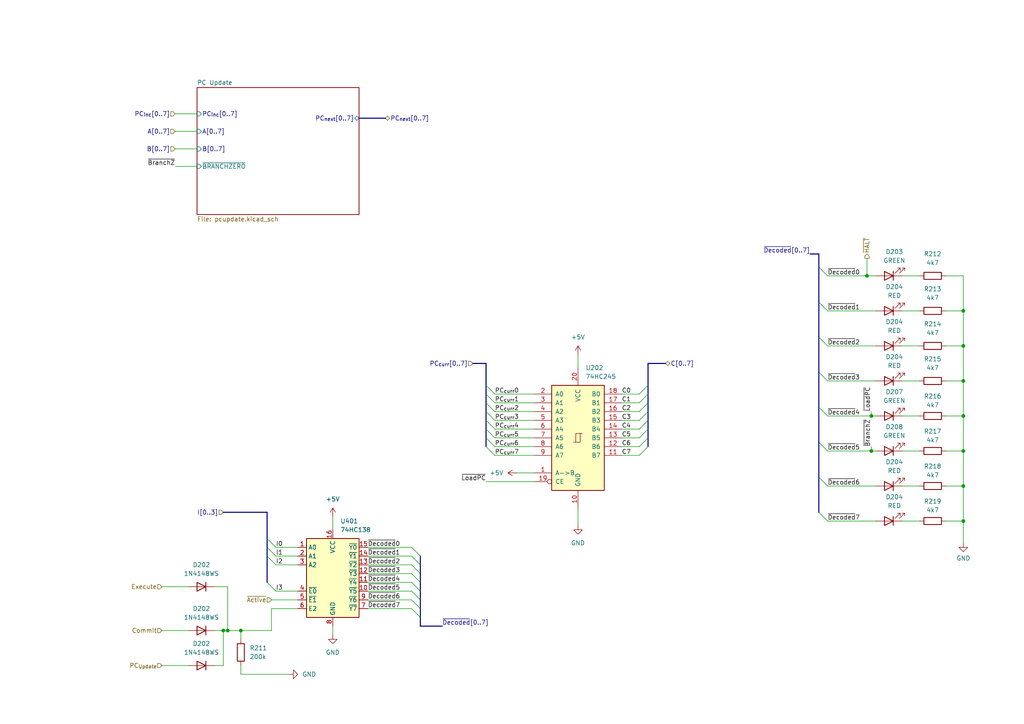
<source format=kicad_sch>
(kicad_sch (version 20230121) (generator eeschema)
  (paper "A4")
  (lib_symbols
    (symbol "74xx:74HC138"
      (property "Reference" "U" (at -7.62 13.97 0))
      (property "Value" "74HC138" (at 2.54 -11.43 0))
      (symbol "74HC138_0_1"
        (rectangle (start -7.62 12.7) (end 7.62 -10.16) (stroke (width 0.254)) (fill (type background)))
      )
      (symbol "74HC138_1_1"
        (pin input line (at -10.16 10.16 0) (length 2.54) (name "A0") (number "1"))
        (pin output line (at 10.16 -2.54 180) (length 2.54) (name "~{Y5}") (number "10"))
        (pin output line (at 10.16 0 180) (length 2.54) (name "~{Y4}") (number "11"))
        (pin output line (at 10.16 2.54 180) (length 2.54) (name "~{Y3}") (number "12"))
        (pin output line (at 10.16 5.08 180) (length 2.54) (name "~{Y2}") (number "13"))
        (pin output line (at 10.16 7.62 180) (length 2.54) (name "~{Y1}") (number "14"))
        (pin output line (at 10.16 10.16 180) (length 2.54) (name "~{Y0}") (number "15"))
        (pin power_in line (at 0 15.24 270) (length 2.54) (name "VCC") (number "16"))
        (pin input line (at -10.16 7.62 0) (length 2.54) (name "A1") (number "2"))
        (pin input line (at -10.16 5.08 0) (length 2.54) (name "A2") (number "3"))
        (pin input line (at -10.16 -2.54 0) (length 2.54) (name "~{E0}") (number "4"))
        (pin input line (at -10.16 -5.08 0) (length 2.54) (name "~{E1}") (number "5"))
        (pin input line (at -10.16 -7.62 0) (length 2.54) (name "E2") (number "6"))
        (pin output line (at 10.16 -7.62 180) (length 2.54) (name "~{Y7}") (number "7"))
        (pin power_in line (at 0 -12.7 90) (length 2.54) (name "GND") (number "8"))
        (pin output line (at 10.16 -5.08 180) (length 2.54) (name "~{Y6}") (number "9"))
      )
    )
    (symbol "74xx:74HC245" (pin_names (offset 1.016))
      (property "Reference" "U" (at -7.62 16.51 0))
      (property "Value" "74HC245" (at -7.62 -16.51 0))
      (symbol "74HC245_1_0"
        (polyline (pts (xy -0.635 -1.27) (xy -0.635 1.27) (xy 0.635 1.27)))
        (polyline (pts (xy -1.27 -1.27) (xy 0.635 -1.27) (xy 0.635 1.27) (xy 1.27 1.27)))
        (pin input line (at -12.7 -10.16 0) (length 5.08) (name "A->B") (number "1"))
        (pin power_in line (at 0 -20.32 90) (length 5.08) (name "GND") (number "10"))
        (pin tri_state line (at 12.7 -5.08 180) (length 5.08) (name "B7") (number "11"))
        (pin tri_state line (at 12.7 -2.54 180) (length 5.08) (name "B6") (number "12"))
        (pin tri_state line (at 12.7 0 180) (length 5.08) (name "B5") (number "13"))
        (pin tri_state line (at 12.7 2.54 180) (length 5.08) (name "B4") (number "14"))
        (pin tri_state line (at 12.7 5.08 180) (length 5.08) (name "B3") (number "15"))
        (pin tri_state line (at 12.7 7.62 180) (length 5.08) (name "B2") (number "16"))
        (pin tri_state line (at 12.7 10.16 180) (length 5.08) (name "B1") (number "17"))
        (pin tri_state line (at 12.7 12.7 180) (length 5.08) (name "B0") (number "18"))
        (pin input inverted (at -12.7 -12.7 0) (length 5.08) (name "CE") (number "19"))
        (pin tri_state line (at -12.7 12.7 0) (length 5.08) (name "A0") (number "2"))
        (pin power_in line (at 0 20.32 270) (length 5.08) (name "VCC") (number "20"))
        (pin tri_state line (at -12.7 10.16 0) (length 5.08) (name "A1") (number "3"))
        (pin tri_state line (at -12.7 7.62 0) (length 5.08) (name "A2") (number "4"))
        (pin tri_state line (at -12.7 5.08 0) (length 5.08) (name "A3") (number "5"))
        (pin tri_state line (at -12.7 2.54 0) (length 5.08) (name "A4") (number "6"))
        (pin tri_state line (at -12.7 0 0) (length 5.08) (name "A5") (number "7"))
        (pin tri_state line (at -12.7 -2.54 0) (length 5.08) (name "A6") (number "8"))
        (pin tri_state line (at -12.7 -5.08 0) (length 5.08) (name "A7") (number "9"))
      )
      (symbol "74HC245_1_1"
        (rectangle (start -7.62 15.24) (end 7.62 -15.24) (stroke (width 0.254)) (fill (type background)))
      )
    )
    (symbol "Device:D" (pin_numbers hide) (pin_names (offset 1.016) hide)
      (property "Reference" "D" (at 0 2.54 0))
      (property "Value" "D" (at 0 -2.54 0))
      (symbol "D_0_1"
        (polyline (pts (xy -1.27 1.27) (xy -1.27 -1.27)) (stroke (width 0.254)))
        (polyline (pts (xy 1.27 0) (xy -1.27 0)))
        (polyline (pts (xy 1.27 1.27) (xy 1.27 -1.27) (xy -1.27 0) (xy 1.27 1.27)) (stroke (width 0.254)))
      )
      (symbol "D_1_1"
        (pin passive line (at -3.81 0 0) (length 2.54) (name "K") (number "1"))
        (pin passive line (at 3.81 0 180) (length 2.54) (name "A") (number "2"))
      )
    )
    (symbol "Device:LED" (pin_numbers hide) (pin_names (offset 1.016) hide)
      (property "Reference" "D" (at 0 2.54 0))
      (property "Value" "LED" (at 0 -2.54 0))
      (symbol "LED_0_1"
        (polyline (pts (xy -1.27 -1.27) (xy -1.27 1.27)) (stroke (width 0.254)))
        (polyline (pts (xy -1.27 0) (xy 1.27 0)))
        (polyline (pts (xy 1.27 -1.27) (xy 1.27 1.27) (xy -1.27 0) (xy 1.27 -1.27)) (stroke (width 0.254)))
        (polyline (pts (xy -3.048 -0.762) (xy -4.572 -2.286) (xy -3.81 -2.286) (xy -4.572 -2.286) (xy -4.572 -1.524)))
        (polyline (pts (xy -1.778 -0.762) (xy -3.302 -2.286) (xy -2.54 -2.286) (xy -3.302 -2.286) (xy -3.302 -1.524)))
      )
      (symbol "LED_1_1"
        (pin passive line (at -3.81 0 0) (length 2.54) (name "K") (number "1"))
        (pin passive line (at 3.81 0 180) (length 2.54) (name "A") (number "2"))
      )
    )
    (symbol "Device:R" (pin_numbers hide) (pin_names (offset 0))
      (property "Reference" "R" (at 2.032 0 90))
      (property "Value" "R" (at 0 0 90))
      (symbol "R_0_1"
        (rectangle (start -1.016 -2.54) (end 1.016 2.54) (stroke (width 0.254)))
      )
      (symbol "R_1_1"
        (pin passive line (at 0 3.81 270) (length 1.27) (name "~") (number "1"))
        (pin passive line (at 0 -3.81 90) (length 1.27) (name "~") (number "2"))
      )
    )
    (symbol "power:+5V" (power) (pin_names (offset 0))
      (property "Value" "+5V" (at 0 3.556 0))
      (symbol "+5V_0_1"
        (polyline (pts (xy -0.762 1.27) (xy 0 2.54)))
        (polyline (pts (xy 0 0) (xy 0 2.54)))
        (polyline (pts (xy 0 2.54) (xy 0.762 1.27)))
      )
      (symbol "+5V_1_1"
        (pin power_in line (at 0 0 90) (length 0) hide (name "+5V") (number "1"))
      )
    )
    (symbol "power:GND" (power) (pin_names (offset 0))
      (property "Value" "GND" (at 0 -3.81 0))
      (symbol "GND_0_1"
        (polyline (pts (xy 0 0) (xy 0 -1.27) (xy 1.27 -1.27) (xy 0 -2.54) (xy -1.27 -1.27) (xy 0 -1.27)))
      )
      (symbol "GND_1_1"
        (pin power_in line (at 0 0 270) (length 0) hide (name "GND") (number "1"))
      )
    )
  )
  (junction (at 279.4 120.65))
  (junction (at 279.4 140.97))
  (junction (at 279.4 130.81))
  (junction (at 279.4 151.13))
  (junction (at 252.73 120.65))
  (junction (at 252.73 130.81))
  (junction (at 279.4 100.33))
  (junction (at 279.4 90.17))
  (junction (at 66.04 182.88))
  (junction (at 64.77 182.88))
  (junction (at 69.85 182.88))
  (junction (at 279.4 110.49))
  (junction (at 251.46 80.01))
  (bus_entry (at 187.96 129.54) (size -2.54 2.54))
  (bus_entry (at 237.49 148.59) (size 2.54 2.54))
  (bus_entry (at 77.47 168.91) (size 2.54 2.54))
  (bus_entry (at 187.96 127) (size -2.54 2.54))
  (bus_entry (at 187.96 119.38) (size -2.54 2.54))
  (bus_entry (at 121.92 168.91) (size -2.54 -2.54))
  (bus_entry (at 77.47 158.75) (size 2.54 2.54))
  (bus_entry (at 237.49 118.11) (size 2.54 2.54))
  (bus_entry (at 121.92 179.07) (size -2.54 -2.54))
  (bus_entry (at 237.49 77.47) (size 2.54 2.54))
  (bus_entry (at 121.92 166.37) (size -2.54 -2.54))
  (bus_entry (at 121.92 163.83) (size -2.54 -2.54))
  (bus_entry (at 121.92 171.45) (size -2.54 -2.54))
  (bus_entry (at 140.97 124.46) (size 2.54 2.54))
  (bus_entry (at 187.96 111.76) (size -2.54 2.54))
  (bus_entry (at 140.97 129.54) (size 2.54 2.54))
  (bus_entry (at 187.96 121.92) (size -2.54 2.54))
  (bus_entry (at 187.96 124.46) (size -2.54 2.54))
  (bus_entry (at 140.97 114.3) (size 2.54 2.54))
  (bus_entry (at 237.49 97.79) (size 2.54 2.54))
  (bus_entry (at 140.97 111.76) (size 2.54 2.54))
  (bus_entry (at 121.92 173.99) (size -2.54 -2.54))
  (bus_entry (at 237.49 107.95) (size 2.54 2.54))
  (bus_entry (at 121.92 161.29) (size -2.54 -2.54))
  (bus_entry (at 140.97 127) (size 2.54 2.54))
  (bus_entry (at 187.96 116.84) (size -2.54 2.54))
  (bus_entry (at 77.47 161.29) (size 2.54 2.54))
  (bus_entry (at 187.96 114.3) (size -2.54 2.54))
  (bus_entry (at 140.97 121.92) (size 2.54 2.54))
  (bus_entry (at 237.49 87.63) (size 2.54 2.54))
  (bus_entry (at 121.92 176.53) (size -2.54 -2.54))
  (bus_entry (at 77.47 156.21) (size 2.54 2.54))
  (bus_entry (at 140.97 119.38) (size 2.54 2.54))
  (bus_entry (at 237.49 138.43) (size 2.54 2.54))
  (bus_entry (at 140.97 116.84) (size 2.54 2.54))
  (bus_entry (at 237.49 128.27) (size 2.54 2.54))
  (wire (pts (xy 240.03 110.49) (xy 254 110.49)))
  (wire (pts (xy 149.86 137.16) (xy 154.94 137.16)))
  (wire (pts (xy 180.34 124.46) (xy 185.42 124.46)))
  (wire (pts (xy 80.01 158.75) (xy 86.36 158.75)))
  (wire (pts (xy 46.99 182.88) (xy 54.61 182.88)))
  (wire (pts (xy 180.34 116.84) (xy 185.42 116.84)))
  (bus (pts (xy 64.77 148.59) (xy 77.47 148.59)))
  (wire (pts (xy 78.74 182.88) (xy 78.74 176.53)))
  (wire (pts (xy 143.51 114.3) (xy 154.94 114.3)))
  (wire (pts (xy 274.32 110.49) (xy 279.4 110.49)))
  (wire (pts (xy 261.62 151.13) (xy 266.7 151.13)))
  (wire (pts (xy 251.46 80.01) (xy 254 80.01)))
  (wire (pts (xy 240.03 140.97) (xy 254 140.97)))
  (bus (pts (xy 121.92 173.99) (xy 121.92 176.53)))
  (bus (pts (xy 237.49 118.11) (xy 237.49 128.27)))
  (wire (pts (xy 261.62 140.97) (xy 266.7 140.97)))
  (wire (pts (xy 64.77 193.04) (xy 62.23 193.04)))
  (wire (pts (xy 261.62 120.65) (xy 266.7 120.65)))
  (wire (pts (xy 80.01 161.29) (xy 86.36 161.29)))
  (bus (pts (xy 140.97 124.46) (xy 140.97 127)))
  (wire (pts (xy 279.4 151.13) (xy 279.4 140.97)))
  (wire (pts (xy 69.85 195.58) (xy 83.82 195.58)))
  (wire (pts (xy 143.51 116.84) (xy 154.94 116.84)))
  (wire (pts (xy 96.52 149.86) (xy 96.52 153.67)))
  (wire (pts (xy 279.4 90.17) (xy 279.4 80.01)))
  (wire (pts (xy 240.03 100.33) (xy 254 100.33)))
  (wire (pts (xy 66.04 170.18) (xy 66.04 182.88)))
  (wire (pts (xy 62.23 182.88) (xy 64.77 182.88)))
  (wire (pts (xy 140.97 139.7) (xy 154.94 139.7)))
  (bus (pts (xy 140.97 111.76) (xy 140.97 114.3)))
  (wire (pts (xy 50.8 38.1) (xy 57.15 38.1)))
  (bus (pts (xy 121.92 168.91) (xy 121.92 171.45)))
  (wire (pts (xy 64.77 182.88) (xy 66.04 182.88)))
  (wire (pts (xy 279.4 120.65) (xy 279.4 110.49)))
  (bus (pts (xy 187.96 121.92) (xy 187.96 124.46)))
  (wire (pts (xy 143.51 124.46) (xy 154.94 124.46)))
  (bus (pts (xy 140.97 127) (xy 140.97 129.54)))
  (bus (pts (xy 237.49 87.63) (xy 237.49 97.79)))
  (wire (pts (xy 240.03 80.01) (xy 251.46 80.01)))
  (wire (pts (xy 240.03 151.13) (xy 254 151.13)))
  (wire (pts (xy 80.01 163.83) (xy 86.36 163.83)))
  (wire (pts (xy 96.52 181.61) (xy 96.52 184.15)))
  (wire (pts (xy 106.68 173.99) (xy 119.38 173.99)))
  (bus (pts (xy 121.92 181.61) (xy 128.27 181.61)))
  (wire (pts (xy 69.85 182.88) (xy 78.74 182.88)))
  (bus (pts (xy 187.96 124.46) (xy 187.96 127)))
  (bus (pts (xy 140.97 121.92) (xy 140.97 124.46)))
  (bus (pts (xy 77.47 161.29) (xy 77.47 168.91)))
  (bus (pts (xy 187.96 111.76) (xy 187.96 114.3)))
  (bus (pts (xy 187.96 114.3) (xy 187.96 116.84)))
  (wire (pts (xy 46.99 193.04) (xy 54.61 193.04)))
  (wire (pts (xy 252.73 130.81) (xy 254 130.81)))
  (wire (pts (xy 279.4 130.81) (xy 279.4 120.65)))
  (bus (pts (xy 77.47 156.21) (xy 77.47 158.75)))
  (wire (pts (xy 78.74 176.53) (xy 86.36 176.53)))
  (wire (pts (xy 50.8 48.26) (xy 57.15 48.26)))
  (wire (pts (xy 69.85 182.88) (xy 69.85 185.42)))
  (wire (pts (xy 274.32 120.65) (xy 279.4 120.65)))
  (bus (pts (xy 237.49 77.47) (xy 237.49 87.63)))
  (wire (pts (xy 252.73 129.54) (xy 252.73 130.81)))
  (bus (pts (xy 237.49 138.43) (xy 237.49 148.59)))
  (wire (pts (xy 279.4 80.01) (xy 274.32 80.01)))
  (wire (pts (xy 66.04 182.88) (xy 69.85 182.88)))
  (wire (pts (xy 279.4 100.33) (xy 279.4 90.17)))
  (wire (pts (xy 180.34 127) (xy 185.42 127)))
  (wire (pts (xy 240.03 120.65) (xy 252.73 120.65)))
  (wire (pts (xy 143.51 119.38) (xy 154.94 119.38)))
  (wire (pts (xy 106.68 161.29) (xy 119.38 161.29)))
  (wire (pts (xy 261.62 100.33) (xy 266.7 100.33)))
  (wire (pts (xy 261.62 80.01) (xy 266.7 80.01)))
  (wire (pts (xy 64.77 182.88) (xy 64.77 193.04)))
  (wire (pts (xy 143.51 132.08) (xy 154.94 132.08)))
  (bus (pts (xy 77.47 158.75) (xy 77.47 161.29)))
  (wire (pts (xy 261.62 130.81) (xy 266.7 130.81)))
  (wire (pts (xy 252.73 120.65) (xy 254 120.65)))
  (wire (pts (xy 78.74 173.99) (xy 86.36 173.99)))
  (wire (pts (xy 274.32 100.33) (xy 279.4 100.33)))
  (wire (pts (xy 106.68 166.37) (xy 119.38 166.37)))
  (wire (pts (xy 279.4 157.48) (xy 279.4 151.13)))
  (bus (pts (xy 140.97 119.38) (xy 140.97 121.92)))
  (wire (pts (xy 279.4 140.97) (xy 279.4 130.81)))
  (wire (pts (xy 69.85 193.04) (xy 69.85 195.58)))
  (wire (pts (xy 80.01 171.45) (xy 86.36 171.45)))
  (wire (pts (xy 274.32 151.13) (xy 279.4 151.13)))
  (wire (pts (xy 106.68 168.91) (xy 119.38 168.91)))
  (wire (pts (xy 261.62 110.49) (xy 266.7 110.49)))
  (bus (pts (xy 121.92 166.37) (xy 121.92 168.91)))
  (wire (pts (xy 274.32 130.81) (xy 279.4 130.81)))
  (wire (pts (xy 274.32 90.17) (xy 279.4 90.17)))
  (wire (pts (xy 261.62 90.17) (xy 266.7 90.17)))
  (bus (pts (xy 237.49 107.95) (xy 237.49 118.11)))
  (wire (pts (xy 180.34 119.38) (xy 185.42 119.38)))
  (bus (pts (xy 121.92 176.53) (xy 121.92 179.07)))
  (bus (pts (xy 121.92 163.83) (xy 121.92 166.37)))
  (bus (pts (xy 187.96 116.84) (xy 187.96 119.38)))
  (bus (pts (xy 237.49 97.79) (xy 237.49 107.95)))
  (bus (pts (xy 237.49 73.66) (xy 237.49 77.47)))
  (wire (pts (xy 62.23 170.18) (xy 66.04 170.18)))
  (bus (pts (xy 140.97 114.3) (xy 140.97 116.84)))
  (bus (pts (xy 193.04 105.41) (xy 187.96 105.41)))
  (wire (pts (xy 279.4 110.49) (xy 279.4 100.33)))
  (bus (pts (xy 121.92 171.45) (xy 121.92 173.99)))
  (wire (pts (xy 251.46 74.93) (xy 251.46 80.01)))
  (wire (pts (xy 180.34 114.3) (xy 185.42 114.3)))
  (wire (pts (xy 50.8 43.18) (xy 57.15 43.18)))
  (wire (pts (xy 143.51 129.54) (xy 154.94 129.54)))
  (wire (pts (xy 106.68 163.83) (xy 119.38 163.83)))
  (wire (pts (xy 106.68 158.75) (xy 119.38 158.75)))
  (wire (pts (xy 106.68 176.53) (xy 119.38 176.53)))
  (bus (pts (xy 187.96 127) (xy 187.96 129.54)))
  (bus (pts (xy 237.49 128.27) (xy 237.49 138.43)))
  (bus (pts (xy 140.97 116.84) (xy 140.97 119.38)))
  (bus (pts (xy 234.95 73.66) (xy 237.49 73.66)))
  (bus (pts (xy 121.92 179.07) (xy 121.92 181.61)))
  (wire (pts (xy 106.68 171.45) (xy 119.38 171.45)))
  (wire (pts (xy 274.32 140.97) (xy 279.4 140.97)))
  (wire (pts (xy 46.99 170.18) (xy 54.61 170.18)))
  (bus (pts (xy 104.14 34.29) (xy 111.76 34.29)))
  (wire (pts (xy 143.51 121.92) (xy 154.94 121.92)))
  (bus (pts (xy 137.16 105.41) (xy 140.97 105.41)))
  (wire (pts (xy 252.73 119.38) (xy 252.73 120.65)))
  (wire (pts (xy 240.03 130.81) (xy 252.73 130.81)))
  (wire (pts (xy 50.8 33.02) (xy 57.15 33.02)))
  (wire (pts (xy 167.64 102.87) (xy 167.64 106.68)))
  (wire (pts (xy 180.34 121.92) (xy 185.42 121.92)))
  (bus (pts (xy 187.96 105.41) (xy 187.96 111.76)))
  (bus (pts (xy 187.96 119.38) (xy 187.96 121.92)))
  (wire (pts (xy 180.34 129.54) (xy 185.42 129.54)))
  (wire (pts (xy 167.64 147.32) (xy 167.64 152.4)))
  (wire (pts (xy 180.34 132.08) (xy 185.42 132.08)))
  (wire (pts (xy 240.03 90.17) (xy 254 90.17)))
  (bus (pts (xy 140.97 105.41) (xy 140.97 111.76)))
  (wire (pts (xy 143.51 127) (xy 154.94 127)))
  (bus (pts (xy 77.47 148.59) (xy 77.47 156.21)))
  (bus (pts (xy 121.92 161.29) (xy 121.92 163.83)))
  (label "I3" (at 80.01 171.45 0))
  (label "~{Decoded}0" (at 106.68 158.75 0))
  (label "~{Decoded}4" (at 106.68 168.91 0))
  (label "PC_{curr}2" (at 143.51 119.38 0))
  (label "I1" (at 80.01 161.29 0))
  (label "I0" (at 80.01 158.75 0))
  (label "PC_{curr}7" (at 143.51 132.08 0))
  (label "PC_{curr}4" (at 143.51 124.46 0))
  (label "C1" (at 180.34 116.84 0))
  (label "~{BranchZ}" (at 50.8 48.26 180))
  (label "C6" (at 180.34 129.54 0))
  (label "~{Decoded}3" (at 240.03 110.49 0))
  (label "C2" (at 180.34 119.38 0))
  (label "~{Decoded}4" (at 240.03 120.65 0))
  (label "~{Decoded}[0..7]" (at 128.27 181.61 0))
  (label "C7" (at 180.34 132.08 0))
  (label "C4" (at 180.34 124.46 0))
  (label "I2" (at 80.01 163.83 0))
  (label "~{Decoded}5" (at 240.03 130.81 0))
  (label "~{Decoded}0" (at 240.03 80.01 0))
  (label "~{Decoded}6" (at 240.03 140.97 0))
  (label "~{Decoded}2" (at 106.68 163.83 0))
  (label "C0" (at 180.34 114.3 0))
  (label "PC_{curr}6" (at 143.51 129.54 0))
  (label "C5" (at 180.34 127 0))
  (label "~{Decoded}1" (at 106.68 161.29 0))
  (label "~{LoadPC}" (at 140.97 139.7 180))
  (label "~{Decoded}5" (at 106.68 171.45 0))
  (label "~{LoadPC}" (at 252.73 119.38 90))
  (label "~{BranchZ}" (at 252.73 129.54 90))
  (label "~{Decoded}3" (at 106.68 166.37 0))
  (label "PC_{curr}5" (at 143.51 127 0))
  (label "~{Decoded}1" (at 240.03 90.17 0))
  (label "~{Decoded}6" (at 106.68 173.99 0))
  (label "PC_{curr}1" (at 143.51 116.84 0))
  (label "PC_{curr}0" (at 143.51 114.3 0))
  (label "~{Decoded}[0..7]" (at 234.95 73.66 180))
  (label "~{Decoded}7" (at 106.68 176.53 0))
  (label "~{Decoded}7" (at 240.03 151.13 0))
  (label "~{Decoded}2" (at 240.03 100.33 0))
  (label "PC_{curr}3" (at 143.51 121.92 0))
  (label "C3" (at 180.34 121.92 0))
  (hierarchical_label "I[0..3]" (shape input) (at 64.77 148.59 180))
  (hierarchical_label "~{HALT}" (shape output) (at 251.46 74.93 90))
  (hierarchical_label "A[0..7]" (shape input) (at 50.8 38.1 180))
  (hierarchical_label "PC_{inc}[0..7]" (shape input) (at 50.8 33.02 180))
  (hierarchical_label "~{Active}" (shape input) (at 78.74 173.99 180))
  (hierarchical_label "PC_{curr}[0..7]" (shape input) (at 137.16 105.41 180))
  (hierarchical_label "PC_{next}[0..7]" (shape tri_state) (at 111.76 34.29 0))
  (hierarchical_label "B[0..7]" (shape input) (at 50.8 43.18 180))
  (hierarchical_label "PC_{Update}" (shape input) (at 46.99 193.04 180))
  (hierarchical_label "C[0..7]" (shape tri_state) (at 193.04 105.41 0))
  (hierarchical_label "Commit" (shape input) (at 46.99 182.88 180))
  (hierarchical_label "Execute" (shape input) (at 46.99 170.18 180))
  (symbol (lib_id "Device:R") (at 270.51 110.49 270) (unit 1)
    (property "Reference" "R215" (at 270.51 104.14 90))
    (property "Value" "4k7" (at 270.51 106.68 90))
    (property "Footprint" "Resistor_SMD:R_0603_1608Metric" (effects hide))
    (property "Datasheet" "https://datasheet.lcsc.com/lcsc/2206010116_UNI-ROYAL-Uniroyal-Elec-0603WAF4701T5E_C23162.pdf" (effects hide))
    (property "LCSC" "C23162" (effects hide))
    (instances (project "Simple Program Counter" (path "" (reference "R215") (unit 1)) (path "" (reference "R404") (unit 1))) (project "DALU" (path "" (reference "R812") (unit 1))) (project "Register File" (path "" (reference "R404") (unit 1)) (path "" (reference "R504") (unit 1)) (path "" (reference "R304") (unit 1)) (path "" (reference "R704") (unit 1)) (path "" (reference "R804") (unit 1)) (path "" (reference "R904") (unit 1)) (path "" (reference "R604") (unit 1)) (path "" (reference "R204") (unit 1))))
  )
  (symbol (lib_id "power:+5V") (at 167.64 102.87 0) (unit 1)
    (property "Reference" "#PWR0404" (effects hide))
    (property "Value" "+5V" (at 167.64 97.79 0))
  )
  (symbol (lib_id "74xx:74HC245") (at 167.64 127 0) (unit 1)
    (property "Reference" "U202" (at 169.8341 106.68 0) (effects (justify left)))
    (property "Value" "74HC245" (at 169.8341 109.22 0) (effects (justify left)))
    (property "Footprint" "Package_SO:SOIC-20W_7.5x12.8mm_P1.27mm" (effects hide))
    (property "Datasheet" "http://www.ti.com/lit/gpn/sn74HC245" (effects hide))
    (property "LCSC" "C5625" (effects hide))
    (instances (project "Simple Program Counter" (path "" (reference "U202") (unit 1)) (path "" (reference "U402") (unit 1))))
  )
  (symbol (lib_id "power:GND") (at 279.4 157.48 0) (unit 1)
    (property "Reference" "#PWR0217" (effects hide))
    (property "Value" "GND" (at 279.4 161.925 0))
    (instances (project "Simple Program Counter" (path "" (reference "#PWR0217") (unit 1)) (path "" (reference "#PWR0403") (unit 1))) (project "DALU" (path "" (reference "#PWR0809") (unit 1))) (project "Register File" (path "" (reference "#PWR0402") (unit 1)) (path "" (reference "#PWR0502") (unit 1)) (path "" (reference "#PWR0302") (unit 1)) (path "" (reference "#PWR0702") (unit 1)) (path "" (reference "#PWR0802") (unit 1)) (path "" (reference "#PWR0902") (unit 1)) (path "" (reference "#PWR0602") (unit 1)) (path "" (reference "#PWR0202") (unit 1))))
  )
  (symbol (lib_id "power:+5V") (at 96.52 149.86 0) (unit 1)
    (property "Reference" "#PWR0402" (effects hide))
    (property "Value" "+5V" (at 96.52 144.78 0))
  )
  (symbol (lib_id "Device:LED") (at 257.81 120.65 180) (unit 1)
    (property "Reference" "D207" (at 259.3975 113.665 0))
    (property "Value" "GREEN" (at 259.3975 116.205 0))
    (property "Footprint" "LED_SMD:LED_0603_1608Metric" (effects hide))
    (property "Datasheet" "https://datasheet.lcsc.com/lcsc/1811101510_Everlight-Elec-19-217-GHC-YR1S2-3T_C72043.pdf" (effects hide))
    (property "LCSC" "C72043" (effects hide))
    (instances (project "Simple Program Counter" (path "" (reference "D207") (unit 1)) (path "" (reference "D405") (unit 1))) (project "DALU" (path "" (reference "D805") (unit 1))) (project "Register File" (path "" (reference "D405") (unit 1)) (path "" (reference "D505") (unit 1)) (path "" (reference "D305") (unit 1)) (path "" (reference "D705") (unit 1)) (path "" (reference "D805") (unit 1)) (path "" (reference "D905") (unit 1)) (path "" (reference "D605") (unit 1)) (path "" (reference "D205") (unit 1))))
  )
  (symbol (lib_id "Device:LED") (at 257.81 130.81 180) (unit 1)
    (property "Reference" "D208" (at 259.3975 123.825 0))
    (property "Value" "GREEN" (at 259.3975 126.365 0))
    (property "Footprint" "LED_SMD:LED_0603_1608Metric" (effects hide))
    (property "Datasheet" "https://datasheet.lcsc.com/lcsc/1811101510_Everlight-Elec-19-217-GHC-YR1S2-3T_C72043.pdf" (effects hide))
    (property "LCSC" "C72043" (effects hide))
    (instances (project "Simple Program Counter" (path "" (reference "D208") (unit 1)) (path "" (reference "D406") (unit 1))) (project "DALU" (path "" (reference "D806") (unit 1))) (project "Register File" (path "" (reference "D406") (unit 1)) (path "" (reference "D506") (unit 1)) (path "" (reference "D306") (unit 1)) (path "" (reference "D706") (unit 1)) (path "" (reference "D806") (unit 1)) (path "" (reference "D906") (unit 1)) (path "" (reference "D606") (unit 1)) (path "" (reference "D206") (unit 1))))
  )
  (symbol (lib_id "Device:LED") (at 257.81 140.97 180) (unit 1)
    (property "Reference" "D204" (at 259.3975 133.985 0))
    (property "Value" "RED" (at 259.3975 136.525 0))
    (property "Footprint" "LED_SMD:LED_0603_1608Metric" (effects hide))
    (property "LCSC" "C2286" (effects hide))
    (instances (project "Simple Program Counter" (path "" (reference "D204") (unit 1)) (path "" (reference "D407") (unit 1))) (project "DALU" (path "" (reference "D802") (unit 1))) (project "Register File" (path "" (reference "D402") (unit 1)) (path "" (reference "D502") (unit 1)) (path "" (reference "D302") (unit 1)) (path "" (reference "D702") (unit 1)) (path "" (reference "D802") (unit 1)) (path "" (reference "D902") (unit 1)) (path "" (reference "D602") (unit 1)) (path "" (reference "D202") (unit 1))))
  )
  (symbol (lib_id "power:GND") (at 96.52 184.15 0) (unit 1)
    (property "Reference" "#PWR0401" (effects hide))
    (property "Value" "GND" (at 96.52 189.23 0))
  )
  (symbol (lib_id "74xx:74HC138") (at 96.52 168.91 0) (unit 1)
    (property "Reference" "U401" (at 98.7141 151.13 0) (effects (justify left)))
    (property "Value" "74HC138" (at 98.7141 153.67 0) (effects (justify left)))
    (property "Footprint" "Package_DIP:DIP-16_W7.62mm_Socket" (effects hide))
    (property "Datasheet" "http://www.ti.com/lit/ds/symlink/cd74hc238.pdf" (effects hide))
  )
  (symbol (lib_id "Device:LED") (at 257.81 110.49 180) (unit 1)
    (property "Reference" "D204" (at 259.3975 103.505 0))
    (property "Value" "RED" (at 259.3975 106.045 0))
    (property "Footprint" "LED_SMD:LED_0603_1608Metric" (effects hide))
    (property "LCSC" "C2286" (effects hide))
    (instances (project "Simple Program Counter" (path "" (reference "D204") (unit 1)) (path "" (reference "D404") (unit 1))) (project "DALU" (path "" (reference "D802") (unit 1))) (project "Register File" (path "" (reference "D402") (unit 1)) (path "" (reference "D502") (unit 1)) (path "" (reference "D302") (unit 1)) (path "" (reference "D702") (unit 1)) (path "" (reference "D802") (unit 1)) (path "" (reference "D902") (unit 1)) (path "" (reference "D602") (unit 1)) (path "" (reference "D202") (unit 1))))
  )
  (symbol (lib_id "Device:R") (at 69.85 189.23 0) (unit 1)
    (property "Reference" "R211" (at 72.39 187.96 0) (effects (justify left)))
    (property "Value" "200k" (at 72.39 190.5 0) (effects (justify left)))
    (property "Footprint" "Resistor_SMD:R_0402_1005Metric" (effects hide))
    (property "Datasheet" "https://datasheet.lcsc.com/lcsc/2206010100_UNI-ROYAL-Uniroyal-Elec-0402WGF2003TCE_C25764.pdf" (effects hide))
    (property "LCSC" " C25764" (effects hide))
    (instances (project "Simple Program Counter" (path "" (reference "R211") (unit 1)) (path "" (reference "R409") (unit 1))))
  )
  (symbol (lib_id "Device:LED") (at 257.81 80.01 180) (unit 1)
    (property "Reference" "D203" (at 259.3975 73.025 0))
    (property "Value" "GREEN" (at 259.3975 75.565 0))
    (property "Footprint" "LED_SMD:LED_0603_1608Metric" (effects hide))
    (property "Datasheet" "https://datasheet.lcsc.com/lcsc/1811101510_Everlight-Elec-19-217-GHC-YR1S2-3T_C72043.pdf" (effects hide))
    (property "LCSC" "C72043" (effects hide))
    (instances (project "Simple Program Counter" (path "" (reference "D203") (unit 1)) (path "" (reference "D401") (unit 1))) (project "DALU" (path "" (reference "D801") (unit 1))) (project "Register File" (path "" (reference "D401") (unit 1)) (path "" (reference "D501") (unit 1)) (path "" (reference "D301") (unit 1)) (path "" (reference "D701") (unit 1)) (path "" (reference "D801") (unit 1)) (path "" (reference "D901") (unit 1)) (path "" (reference "D601") (unit 1)) (path "" (reference "D201") (unit 1))))
  )
  (symbol (lib_id "Device:D") (at 58.42 170.18 180) (unit 1)
    (property "Reference" "D202" (at 58.42 163.83 0))
    (property "Value" "1N4148WS" (at 58.42 166.37 0))
    (property "Footprint" "Diode_SMD:D_SOD-323" (effects hide))
    (property "Sim.Device" "D" (effects hide))
    (property "Sim.Pins" "1=K 2=A" (effects hide))
    (property "LCSC" "C2128" (effects hide))
    (instances (project "Simple Program Counter" (path "" (reference "D202") (unit 1)) (path "" (reference "D411") (unit 1))))
  )
  (symbol (lib_id "power:GND") (at 167.64 152.4 0) (unit 1)
    (property "Reference" "#PWR0405" (effects hide))
    (property "Value" "GND" (at 167.64 157.48 0))
  )
  (symbol (lib_id "power:+5V") (at 149.86 137.16 90) (unit 1)
    (property "Reference" "#PWR0407" (effects hide))
    (property "Value" "+5V" (at 146.05 137.16 90) (effects (justify left)))
  )
  (symbol (lib_id "Device:D") (at 58.42 193.04 180) (unit 1)
    (property "Reference" "D202" (at 58.42 186.69 0))
    (property "Value" "1N4148WS" (at 58.42 189.23 0))
    (property "Footprint" "Diode_SMD:D_SOD-323" (effects hide))
    (property "Sim.Device" "D" (effects hide))
    (property "Sim.Pins" "1=K 2=A" (effects hide))
    (property "LCSC" "C2128" (effects hide))
    (instances (project "Simple Program Counter" (path "" (reference "D202") (unit 1)) (path "" (reference "D410") (unit 1))))
  )
  (symbol (lib_id "Device:R") (at 270.51 130.81 270) (unit 1)
    (property "Reference" "R217" (at 270.51 125.095 90))
    (property "Value" "4k7" (at 270.51 127.635 90))
    (property "Footprint" "Resistor_SMD:R_0603_1608Metric" (effects hide))
    (property "Datasheet" "https://datasheet.lcsc.com/lcsc/2206010116_UNI-ROYAL-Uniroyal-Elec-0603WAF4701T5E_C23162.pdf" (effects hide))
    (property "LCSC" "C23162" (effects hide))
    (instances (project "Simple Program Counter" (path "" (reference "R217") (unit 1)) (path "" (reference "R406") (unit 1))) (project "DALU" (path "" (reference "R814") (unit 1))) (project "Register File" (path "" (reference "R406") (unit 1)) (path "" (reference "R506") (unit 1)) (path "" (reference "R306") (unit 1)) (path "" (reference "R706") (unit 1)) (path "" (reference "R806") (unit 1)) (path "" (reference "R906") (unit 1)) (path "" (reference "R606") (unit 1)) (path "" (reference "R206") (unit 1))))
  )
  (symbol (lib_id "power:GND") (at 83.82 195.58 90) (unit 1)
    (property "Reference" "#PWR0406" (effects hide))
    (property "Value" "GND" (at 87.63 195.58 90) (effects (justify right)))
  )
  (symbol (lib_id "Device:R") (at 270.51 100.33 270) (unit 1)
    (property "Reference" "R214" (at 270.51 93.98 90))
    (property "Value" "4k7" (at 270.51 96.52 90))
    (property "Footprint" "Resistor_SMD:R_0603_1608Metric" (effects hide))
    (property "Datasheet" "https://datasheet.lcsc.com/lcsc/2206010116_UNI-ROYAL-Uniroyal-Elec-0603WAF4701T5E_C23162.pdf" (effects hide))
    (property "LCSC" "C23162" (effects hide))
    (instances (project "Simple Program Counter" (path "" (reference "R214") (unit 1)) (path "" (reference "R403") (unit 1))) (project "DALU" (path "" (reference "R811") (unit 1))) (project "Register File" (path "" (reference "R403") (unit 1)) (path "" (reference "R503") (unit 1)) (path "" (reference "R303") (unit 1)) (path "" (reference "R703") (unit 1)) (path "" (reference "R803") (unit 1)) (path "" (reference "R903") (unit 1)) (path "" (reference "R603") (unit 1)) (path "" (reference "R203") (unit 1))))
  )
  (symbol (lib_id "Device:LED") (at 257.81 151.13 180) (unit 1)
    (property "Reference" "D204" (at 259.3975 144.145 0))
    (property "Value" "RED" (at 259.3975 146.685 0))
    (property "Footprint" "LED_SMD:LED_0603_1608Metric" (effects hide))
    (property "LCSC" "C2286" (effects hide))
    (instances (project "Simple Program Counter" (path "" (reference "D204") (unit 1)) (path "" (reference "D408") (unit 1))) (project "DALU" (path "" (reference "D802") (unit 1))) (project "Register File" (path "" (reference "D402") (unit 1)) (path "" (reference "D502") (unit 1)) (path "" (reference "D302") (unit 1)) (path "" (reference "D702") (unit 1)) (path "" (reference "D802") (unit 1)) (path "" (reference "D902") (unit 1)) (path "" (reference "D602") (unit 1)) (path "" (reference "D202") (unit 1))))
  )
  (symbol (lib_id "Device:R") (at 270.51 120.65 270) (unit 1)
    (property "Reference" "R216" (at 270.51 114.935 90))
    (property "Value" "4k7" (at 270.51 117.475 90))
    (property "Footprint" "Resistor_SMD:R_0603_1608Metric" (effects hide))
    (property "Datasheet" "https://datasheet.lcsc.com/lcsc/2206010116_UNI-ROYAL-Uniroyal-Elec-0603WAF4701T5E_C23162.pdf" (effects hide))
    (property "LCSC" "C23162" (effects hide))
    (instances (project "Simple Program Counter" (path "" (reference "R216") (unit 1)) (path "" (reference "R405") (unit 1))) (project "DALU" (path "" (reference "R813") (unit 1))) (project "Register File" (path "" (reference "R405") (unit 1)) (path "" (reference "R505") (unit 1)) (path "" (reference "R305") (unit 1)) (path "" (reference "R705") (unit 1)) (path "" (reference "R805") (unit 1)) (path "" (reference "R905") (unit 1)) (path "" (reference "R605") (unit 1)) (path "" (reference "R205") (unit 1))))
  )
  (symbol (lib_id "Device:R") (at 270.51 80.01 270) (unit 1)
    (property "Reference" "R212" (at 270.51 73.66 90))
    (property "Value" "4k7" (at 270.51 76.2 90))
    (property "Footprint" "Resistor_SMD:R_0603_1608Metric" (effects hide))
    (property "Datasheet" "https://datasheet.lcsc.com/lcsc/2206010116_UNI-ROYAL-Uniroyal-Elec-0603WAF4701T5E_C23162.pdf" (effects hide))
    (property "LCSC" "C23162" (effects hide))
    (instances (project "Simple Program Counter" (path "" (reference "R212") (unit 1)) (path "" (reference "R401") (unit 1))) (project "DALU" (path "" (reference "R809") (unit 1))) (project "Register File" (path "" (reference "R401") (unit 1)) (path "" (reference "R501") (unit 1)) (path "" (reference "R301") (unit 1)) (path "" (reference "R701") (unit 1)) (path "" (reference "R801") (unit 1)) (path "" (reference "R901") (unit 1)) (path "" (reference "R601") (unit 1)) (path "" (reference "R201") (unit 1))))
  )
  (symbol (lib_id "Device:LED") (at 257.81 100.33 180) (unit 1)
    (property "Reference" "D204" (at 259.3975 93.345 0))
    (property "Value" "RED" (at 259.3975 95.885 0))
    (property "Footprint" "LED_SMD:LED_0603_1608Metric" (effects hide))
    (property "LCSC" "C2286" (effects hide))
    (instances (project "Simple Program Counter" (path "" (reference "D204") (unit 1)) (path "" (reference "D403") (unit 1))) (project "DALU" (path "" (reference "D802") (unit 1))) (project "Register File" (path "" (reference "D402") (unit 1)) (path "" (reference "D502") (unit 1)) (path "" (reference "D302") (unit 1)) (path "" (reference "D702") (unit 1)) (path "" (reference "D802") (unit 1)) (path "" (reference "D902") (unit 1)) (path "" (reference "D602") (unit 1)) (path "" (reference "D202") (unit 1))))
  )
  (symbol (lib_id "Device:R") (at 270.51 140.97 270) (unit 1)
    (property "Reference" "R218" (at 270.51 135.255 90))
    (property "Value" "4k7" (at 270.51 137.795 90))
    (property "Footprint" "Resistor_SMD:R_0603_1608Metric" (effects hide))
    (property "Datasheet" "https://datasheet.lcsc.com/lcsc/2206010116_UNI-ROYAL-Uniroyal-Elec-0603WAF4701T5E_C23162.pdf" (effects hide))
    (property "LCSC" "C23162" (effects hide))
    (instances (project "Simple Program Counter" (path "" (reference "R218") (unit 1)) (path "" (reference "R407") (unit 1))) (project "DALU" (path "" (reference "R815") (unit 1))) (project "Register File" (path "" (reference "R407") (unit 1)) (path "" (reference "R507") (unit 1)) (path "" (reference "R307") (unit 1)) (path "" (reference "R707") (unit 1)) (path "" (reference "R807") (unit 1)) (path "" (reference "R907") (unit 1)) (path "" (reference "R607") (unit 1)) (path "" (reference "R207") (unit 1))))
  )
  (symbol (lib_id "Device:D") (at 58.42 182.88 180) (unit 1)
    (property "Reference" "D202" (at 58.42 176.53 0))
    (property "Value" "1N4148WS" (at 58.42 179.07 0))
    (property "Footprint" "Diode_SMD:D_SOD-323" (effects hide))
    (property "Sim.Device" "D" (effects hide))
    (property "Sim.Pins" "1=K 2=A" (effects hide))
    (property "LCSC" "C2128" (effects hide))
    (instances (project "Simple Program Counter" (path "" (reference "D202") (unit 1)) (path "" (reference "D409") (unit 1))))
  )
  (symbol (lib_id "Device:R") (at 270.51 90.17 270) (unit 1)
    (property "Reference" "R213" (at 270.51 83.82 90))
    (property "Value" "4k7" (at 270.51 86.36 90))
    (property "Footprint" "Resistor_SMD:R_0603_1608Metric" (effects hide))
    (property "Datasheet" "https://datasheet.lcsc.com/lcsc/2206010116_UNI-ROYAL-Uniroyal-Elec-0603WAF4701T5E_C23162.pdf" (effects hide))
    (property "LCSC" "C23162" (effects hide))
    (instances (project "Simple Program Counter" (path "" (reference "R213") (unit 1)) (path "" (reference "R402") (unit 1))) (project "DALU" (path "" (reference "R810") (unit 1))) (project "Register File" (path "" (reference "R402") (unit 1)) (path "" (reference "R502") (unit 1)) (path "" (reference "R302") (unit 1)) (path "" (reference "R702") (unit 1)) (path "" (reference "R802") (unit 1)) (path "" (reference "R902") (unit 1)) (path "" (reference "R602") (unit 1)) (path "" (reference "R202") (unit 1))))
  )
  (symbol (lib_id "Device:LED") (at 257.81 90.17 180) (unit 1)
    (property "Reference" "D204" (at 259.3975 83.185 0))
    (property "Value" "RED" (at 259.3975 85.725 0))
    (property "Footprint" "LED_SMD:LED_0603_1608Metric" (effects hide))
    (property "LCSC" "C2286" (effects hide))
    (instances (project "Simple Program Counter" (path "" (reference "D204") (unit 1)) (path "" (reference "D402") (unit 1))) (project "DALU" (path "" (reference "D802") (unit 1))) (project "Register File" (path "" (reference "D402") (unit 1)) (path "" (reference "D502") (unit 1)) (path "" (reference "D302") (unit 1)) (path "" (reference "D702") (unit 1)) (path "" (reference "D802") (unit 1)) (path "" (reference "D902") (unit 1)) (path "" (reference "D602") (unit 1)) (path "" (reference "D202") (unit 1))))
  )
  (symbol (lib_id "Device:R") (at 270.51 151.13 270) (unit 1)
    (property "Reference" "R219" (at 270.51 145.415 90))
    (property "Value" "4k7" (at 270.51 147.955 90))
    (property "Footprint" "Resistor_SMD:R_0603_1608Metric" (effects hide))
    (property "Datasheet" "https://datasheet.lcsc.com/lcsc/2206010116_UNI-ROYAL-Uniroyal-Elec-0603WAF4701T5E_C23162.pdf" (effects hide))
    (property "LCSC" "C23162" (effects hide))
    (instances (project "Simple Program Counter" (path "" (reference "R219") (unit 1)) (path "" (reference "R408") (unit 1))) (project "DALU" (path "" (reference "R816") (unit 1))) (project "Register File" (path "" (reference "R408") (unit 1)) (path "" (reference "R508") (unit 1)) (path "" (reference "R308") (unit 1)) (path "" (reference "R708") (unit 1)) (path "" (reference "R808") (unit 1)) (path "" (reference "R908") (unit 1)) (path "" (reference "R608") (unit 1)) (path "" (reference "R208") (unit 1))))
  )
  (sheet (at 57.15 25.4) (size 46.99 36.83) (stroke (width 0.1524))
    (property "Sheetname" "PC Update" (at 57.15 24.6884 0) (effects (justify left bottom)))
    (property "Sheetfile" "pcupdate.kicad_sch" (at 57.15 62.8146 0) (effects (justify left top)))
    (pin "PC_{inc}[0..7]" input (at 57.15 33.02 180))
    (pin "PC_{next}[0..7]" tri_state (at 104.14 34.29 0))
    (pin "A[0..7]" input (at 57.15 38.1 180))
    (pin "B[0..7]" input (at 57.15 43.18 180))
    (pin "~{BRANCHZERO}" input (at 57.15 48.26 180))
  )
)
</source>
